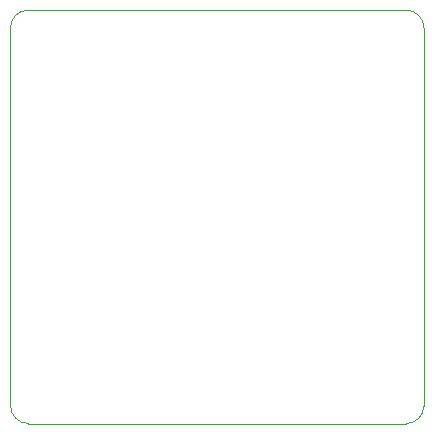
<source format=gbr>
%TF.GenerationSoftware,Altium Limited,Altium Designer,24.1.2 (44)*%
G04 Layer_Color=0*
%FSLAX45Y45*%
%MOMM*%
%TF.SameCoordinates,257A8DD5-596B-45CF-B8F4-21FB4E0B7711*%
%TF.FilePolarity,Positive*%
%TF.FileFunction,Profile,NP*%
%TF.Part,Single*%
G01*
G75*
%TA.AperFunction,Profile*%
%ADD64C,0.02540*%
D64*
X8778300Y6383900D02*
G03*
X8928300Y6233900I150000J0D01*
G01*
X12128300D01*
D02*
G03*
X12278300Y6383900I0J150000D01*
G01*
Y9583900D01*
D02*
G03*
X12128300Y9733900I-150000J0D01*
G01*
X8928300D01*
D02*
G03*
X8778300Y9583900I0J-150000D01*
G01*
Y6383900D01*
%TF.MD5,ea5e0ce5ca6295be00d5e3d2c6050529*%
M02*

</source>
